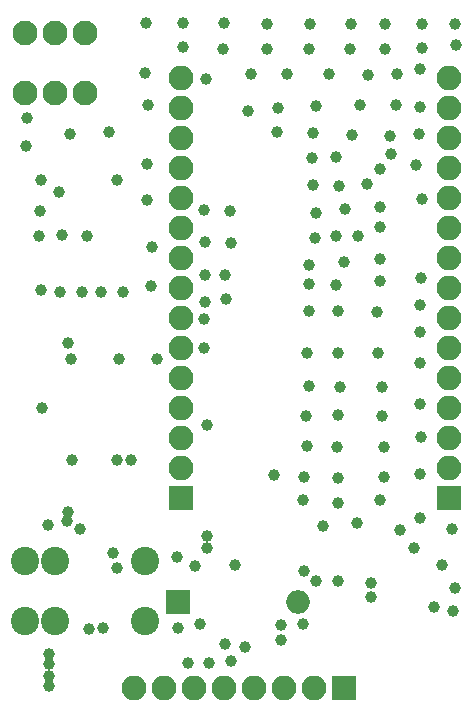
<source format=gbs>
G04 #@! TF.FileFunction,Soldermask,Bot*
%FSLAX46Y46*%
G04 Gerber Fmt 4.6, Leading zero omitted, Abs format (unit mm)*
G04 Created by KiCad (PCBNEW 4.0.6) date 01/14/18 14:47:59*
%MOMM*%
%LPD*%
G01*
G04 APERTURE LIST*
%ADD10C,0.100000*%
%ADD11R,2.000000X2.000000*%
%ADD12O,2.000000X2.000000*%
%ADD13C,2.100000*%
%ADD14C,2.400000*%
%ADD15R,2.100000X2.100000*%
%ADD16O,2.100000X2.100000*%
%ADD17C,1.000000*%
G04 APERTURE END LIST*
D10*
D11*
X14490000Y-51450000D03*
D12*
X24650000Y-51450000D03*
D13*
X6650000Y-8400000D03*
X4110000Y-8400000D03*
X1570000Y-8400000D03*
X4110000Y-3320000D03*
X6650000Y-3320000D03*
X1570000Y-3320000D03*
D14*
X1570000Y-53090000D03*
X1570000Y-48010000D03*
X4110000Y-53090000D03*
X4110000Y-48010000D03*
X11730000Y-53090000D03*
X11730000Y-48010000D03*
D15*
X28541100Y-58703600D03*
D16*
X26001100Y-58703600D03*
X23461100Y-58703600D03*
X20921100Y-58703600D03*
X18381100Y-58703600D03*
X15841100Y-58703600D03*
X13301100Y-58703600D03*
X10761100Y-58703600D03*
X14700000Y-7110000D03*
X14700000Y-9650000D03*
X14700000Y-12190000D03*
X14700000Y-14730000D03*
X14700000Y-17270000D03*
X14700000Y-19810000D03*
X14700000Y-22350000D03*
X14700000Y-24890000D03*
X14700000Y-27430000D03*
X14700000Y-29970000D03*
X14700000Y-32510000D03*
X14700000Y-35050000D03*
X14700000Y-37590000D03*
X14700000Y-40130000D03*
D15*
X14700000Y-42670000D03*
X37400000Y-42670000D03*
D16*
X37400000Y-40130000D03*
X37400000Y-37590000D03*
X37400000Y-35050000D03*
X37400000Y-32510000D03*
X37400000Y-29970000D03*
X37400000Y-27430000D03*
X37400000Y-24890000D03*
X37400000Y-22350000D03*
X37400000Y-19810000D03*
X37400000Y-17270000D03*
X37400000Y-14730000D03*
X37400000Y-12190000D03*
X37400000Y-9650000D03*
X37400000Y-7110000D03*
D17*
X37800000Y-52200000D03*
X36200000Y-51900000D03*
X37950000Y-50300000D03*
X36800000Y-48300000D03*
X34500000Y-46850000D03*
X25100000Y-53300000D03*
X23200000Y-53450000D03*
X23200000Y-54700000D03*
X16700000Y-18300000D03*
X18900000Y-18350000D03*
X18950000Y-21100000D03*
X16750000Y-20950000D03*
X16750000Y-23750000D03*
X18500000Y-23750000D03*
X26750000Y-45050000D03*
X29600000Y-44750000D03*
X31550000Y-42850000D03*
X28000000Y-43100000D03*
X25100000Y-42850000D03*
X25150000Y-40850000D03*
X28050000Y-40950000D03*
X31900000Y-40850000D03*
X31900000Y-38350000D03*
X27950000Y-38350000D03*
X25400000Y-38250000D03*
X25300000Y-35700000D03*
X28000000Y-35600000D03*
X31800000Y-35700000D03*
X31800000Y-33300000D03*
X28200000Y-33300000D03*
X25550000Y-33200000D03*
X25400000Y-30350000D03*
X28050000Y-30400000D03*
X31400000Y-30400000D03*
X31300000Y-26950000D03*
X28000000Y-26800000D03*
X25550000Y-26800000D03*
X27900000Y-24600000D03*
X25550000Y-24500000D03*
X25600000Y-22950000D03*
X28550000Y-22700000D03*
X31550000Y-24250000D03*
X29750000Y-20500000D03*
X27850000Y-20500000D03*
X26050000Y-20650000D03*
X26150000Y-18500000D03*
X28650000Y-18150000D03*
X31550000Y-18000000D03*
X30500000Y-16100000D03*
X28100000Y-16250000D03*
X25950000Y-16150000D03*
X32550000Y-13500000D03*
X27900000Y-13800000D03*
X25850000Y-13850000D03*
X34850000Y-11850000D03*
X32450000Y-12000000D03*
X29250000Y-11900000D03*
X25950000Y-11750000D03*
X22850000Y-11700000D03*
X22950000Y-9650000D03*
X26150000Y-9500000D03*
X29900000Y-9350000D03*
X32950000Y-9350000D03*
X33050000Y-6800000D03*
X30550000Y-6850000D03*
X27250000Y-6750000D03*
X23700000Y-6750000D03*
X20400000Y-9900000D03*
X20650000Y-6750000D03*
X35150000Y-4550000D03*
X32000000Y-4600000D03*
X29050000Y-4600000D03*
X25600000Y-4600000D03*
X22000000Y-4600000D03*
X18300000Y-4600000D03*
X14950000Y-4500000D03*
X37650000Y-45300000D03*
X35000000Y-44350000D03*
X33250000Y-45400000D03*
X34950000Y-40600000D03*
X35050000Y-37500000D03*
X34950000Y-34700000D03*
X34950000Y-31200000D03*
X34950000Y-28600000D03*
X35000000Y-26300000D03*
X35050000Y-24050000D03*
X31550000Y-22400000D03*
X31550000Y-19750000D03*
X31550000Y-14800000D03*
X34600000Y-14500000D03*
X35000000Y-9550000D03*
X35000000Y-6350000D03*
X38000000Y-4300000D03*
X37950000Y-2500000D03*
X35150000Y-2500000D03*
X32000000Y-2500000D03*
X29100000Y-2500000D03*
X25650000Y-2500000D03*
X22050000Y-2500000D03*
X18400000Y-2450000D03*
X14950000Y-2450000D03*
X18550000Y-25850000D03*
X16750000Y-26050000D03*
X16700000Y-27500000D03*
X19000000Y-56500000D03*
X18500000Y-55050000D03*
X17150000Y-56650000D03*
X15300000Y-56650000D03*
X16350000Y-53300000D03*
X14500000Y-53700000D03*
X26200000Y-49650000D03*
X28000000Y-49650000D03*
X30850000Y-51000000D03*
X30850000Y-49850000D03*
X25150000Y-48850000D03*
X19300000Y-48350000D03*
X15900000Y-48400000D03*
X14400000Y-47650000D03*
X9300000Y-48600000D03*
X9000000Y-47350000D03*
X10500000Y-39400000D03*
X5500000Y-39400000D03*
X9350000Y-39400000D03*
X2950000Y-35000000D03*
X12750000Y-30900000D03*
X9450000Y-30900000D03*
X5400000Y-30850000D03*
X5150000Y-29500000D03*
X11950000Y-9400000D03*
X11900000Y-14400000D03*
X9300000Y-15700000D03*
X11850000Y-17450000D03*
X12300000Y-21400000D03*
X12200000Y-24750000D03*
X2850000Y-25050000D03*
X4500000Y-25250000D03*
X6400000Y-25250000D03*
X7950000Y-25250000D03*
X9800000Y-25200000D03*
X6800000Y-20450000D03*
X4700000Y-20400000D03*
X2700000Y-20450000D03*
X2800000Y-18400000D03*
X4400000Y-16750000D03*
X2900000Y-15750000D03*
X3500000Y-44950000D03*
X5150000Y-43850000D03*
X6200000Y-45300000D03*
X5050000Y-44600000D03*
X3550000Y-58600000D03*
X3550000Y-56750000D03*
X3550000Y-57750000D03*
X3550000Y-55850000D03*
X6950000Y-53750000D03*
X8150000Y-53650000D03*
X1600000Y-12850000D03*
X1700000Y-10500000D03*
X5350000Y-11850000D03*
X8650000Y-11700000D03*
X11700000Y-6700000D03*
X11800000Y-2450000D03*
X35150000Y-17350000D03*
X16950000Y-36450000D03*
X16950000Y-46850000D03*
X16950000Y-45850000D03*
X16650000Y-29950000D03*
X16850000Y-7150000D03*
X20150000Y-55250000D03*
X22650000Y-40750000D03*
M02*

</source>
